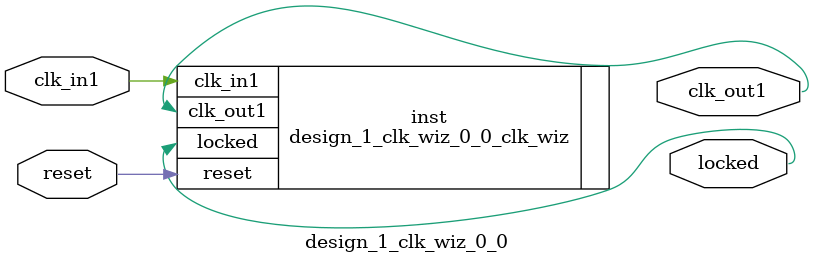
<source format=v>


`timescale 1ps/1ps

(* CORE_GENERATION_INFO = "design_1_clk_wiz_0_0,clk_wiz_v6_0_13_0_0,{component_name=design_1_clk_wiz_0_0,use_phase_alignment=true,use_min_o_jitter=false,use_max_i_jitter=false,use_dyn_phase_shift=false,use_inclk_switchover=false,use_dyn_reconfig=false,enable_axi=0,feedback_source=FDBK_AUTO,PRIMITIVE=MMCM,num_out_clk=1,clkin1_period=10.000,clkin2_period=10.000,use_power_down=false,use_reset=true,use_locked=true,use_inclk_stopped=false,feedback_type=SINGLE,CLOCK_MGR_TYPE=NA,manual_override=false}" *)

module design_1_clk_wiz_0_0 
 (
  // Clock out ports
  output        clk_out1,
  // Status and control signals
  input         reset,
  output        locked,
 // Clock in ports
  input         clk_in1
 );

  design_1_clk_wiz_0_0_clk_wiz inst
  (
  // Clock out ports  
  .clk_out1(clk_out1),
  // Status and control signals               
  .reset(reset), 
  .locked(locked),
 // Clock in ports
  .clk_in1(clk_in1)
  );

endmodule

</source>
